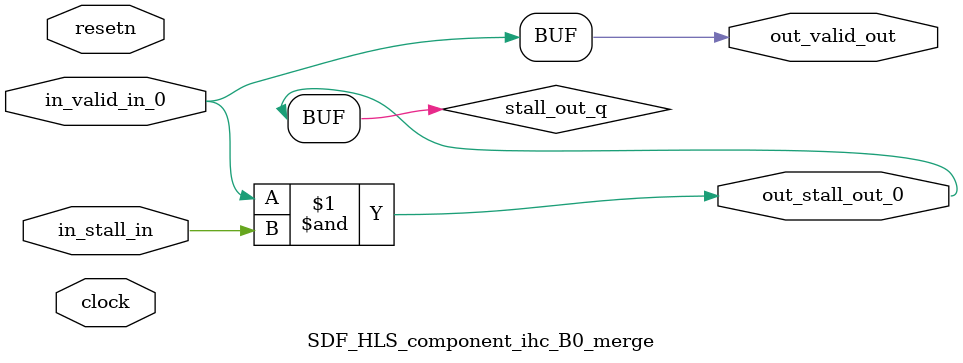
<source format=sv>



(* altera_attribute = "-name AUTO_SHIFT_REGISTER_RECOGNITION OFF; -name MESSAGE_DISABLE 10036; -name MESSAGE_DISABLE 10037; -name MESSAGE_DISABLE 14130; -name MESSAGE_DISABLE 14320; -name MESSAGE_DISABLE 15400; -name MESSAGE_DISABLE 14130; -name MESSAGE_DISABLE 10036; -name MESSAGE_DISABLE 12020; -name MESSAGE_DISABLE 12030; -name MESSAGE_DISABLE 12010; -name MESSAGE_DISABLE 12110; -name MESSAGE_DISABLE 14320; -name MESSAGE_DISABLE 13410; -name MESSAGE_DISABLE 113007; -name MESSAGE_DISABLE 10958" *)
module SDF_HLS_component_ihc_B0_merge (
    input wire [0:0] in_stall_in,
    input wire [0:0] in_valid_in_0,
    output wire [0:0] out_stall_out_0,
    output wire [0:0] out_valid_out,
    input wire clock,
    input wire resetn
    );

    wire [0:0] stall_out_q;


    // stall_out(LOGICAL,6)
    assign stall_out_q = in_valid_in_0 & in_stall_in;

    // out_stall_out_0(GPOUT,4)
    assign out_stall_out_0 = stall_out_q;

    // out_valid_out(GPOUT,5)
    assign out_valid_out = in_valid_in_0;

endmodule

</source>
